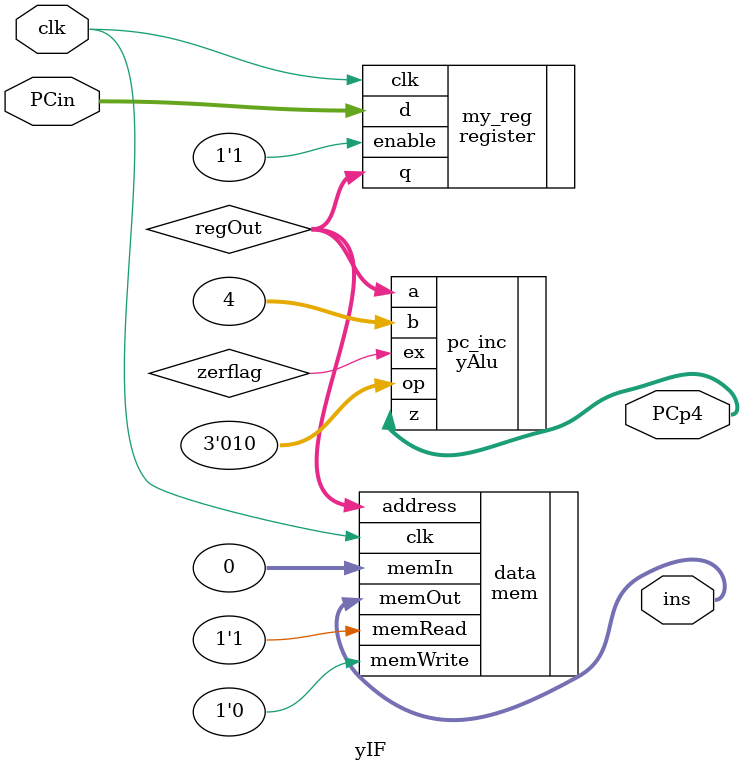
<source format=v>
module yIF (
    output [31:0] ins,    // Instruction fetched from memory
    output [31:0] PCp4,   // Program Counter + 4 (next address)
    input [31:0] PCin,    // Program Counter input
    input clk             // Clock signal
);

    // Internal signals
    wire zerflag;
    wire [31:0] regOut;

    // Register to hold the current Program Counter value
    register #(32) my_reg (
        .q(regOut),
        .d(PCin),
        .clk(clk),
        .enable(1'b1)
    );

    // ALU to compute the next Program Counter value (PC + 4)
    // The ALU adds 4 to the current PC value to compute PCp4
    yAlu pc_inc (
        .z(PCp4),
        .ex(zerflag),
        .a(regOut),
        .b(32'd4),
        .op(3'b010)
    );

    // Memory module to fetch the instruction from memory
    // The memIn port is not connected as this module only reads data
    mem data (
        .memOut(ins),
        .address(regOut),
        .memIn(32'b0),
        .clk(clk),
        .memRead(1'b1),
        .memWrite(1'b0)
    );
endmodule
</source>
